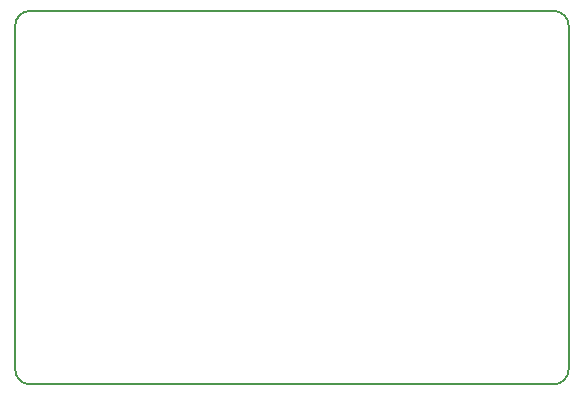
<source format=gko>
G04*
G04 #@! TF.GenerationSoftware,Altium Limited,Altium Designer,21.3.2 (30)*
G04*
G04 Layer_Color=16711935*
%FSLAX44Y44*%
%MOMM*%
G71*
G04*
G04 #@! TF.SameCoordinates,B628278F-7F55-4BD0-9F56-58D37DFBE93C*
G04*
G04*
G04 #@! TF.FilePolarity,Positive*
G04*
G01*
G75*
%ADD12C,0.2032*%
D12*
X-27176Y304820D02*
G03*
X-39876Y292120I0J-12700D01*
G01*
Y1290D02*
G03*
X-27176Y-11410I12700J0D01*
G01*
X416054D02*
G03*
X428754Y1290I0J12700D01*
G01*
Y292120D02*
G03*
X416054Y304820I-12700J0D01*
G01*
X-27176D02*
X-13206D01*
X-39876Y1290D02*
Y292120D01*
X-27176Y-11410D02*
X416054D01*
X428754Y1290D02*
Y279420D01*
X379224Y304820D02*
X416054D01*
X428754Y279420D02*
Y292120D01*
X-13206Y304820D02*
X379224D01*
M02*

</source>
